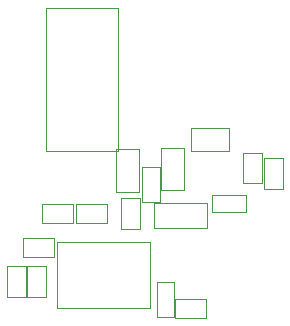
<source format=gbr>
G04 #@! TF.FileFunction,Other,User*
%FSLAX46Y46*%
G04 Gerber Fmt 4.6, Leading zero omitted, Abs format (unit mm)*
G04 Created by KiCad (PCBNEW 4.0.2-stable) date 3/16/2016 8:44:58 PM*
%MOMM*%
G01*
G04 APERTURE LIST*
%ADD10C,0.100000*%
%ADD11C,0.050000*%
G04 APERTURE END LIST*
D10*
D11*
X158400000Y-84550000D02*
X158400000Y-81950000D01*
X160000000Y-84550000D02*
X160000000Y-81950000D01*
X158400000Y-84550000D02*
X160000000Y-84550000D01*
X158400000Y-81950000D02*
X160000000Y-81950000D01*
X161400000Y-92000000D02*
X161400000Y-89100000D01*
X162900000Y-92000000D02*
X162900000Y-89100000D01*
X161400000Y-92000000D02*
X162900000Y-92000000D01*
X161400000Y-89100000D02*
X162900000Y-89100000D01*
X168950000Y-83150000D02*
X166050000Y-83150000D01*
X168950000Y-81650000D02*
X166050000Y-81650000D01*
X168950000Y-83150000D02*
X168950000Y-81650000D01*
X166050000Y-83150000D02*
X166050000Y-81650000D01*
X159950000Y-77800000D02*
X159950000Y-81400000D01*
X157950000Y-77800000D02*
X157950000Y-81400000D01*
X159950000Y-77800000D02*
X157950000Y-77800000D01*
X159950000Y-81400000D02*
X157950000Y-81400000D01*
X163750000Y-77700000D02*
X163750000Y-81300000D01*
X161750000Y-77700000D02*
X161750000Y-81300000D01*
X163750000Y-77700000D02*
X161750000Y-77700000D01*
X163750000Y-81300000D02*
X161750000Y-81300000D01*
X160150000Y-82250000D02*
X160150000Y-79350000D01*
X161650000Y-82250000D02*
X161650000Y-79350000D01*
X160150000Y-82250000D02*
X161650000Y-82250000D01*
X160150000Y-79350000D02*
X161650000Y-79350000D01*
X161150000Y-82350000D02*
X165650000Y-82350000D01*
X165650000Y-82350000D02*
X165650000Y-84450000D01*
X165650000Y-84450000D02*
X161150000Y-84450000D01*
X161150000Y-82350000D02*
X161150000Y-84450000D01*
X150350000Y-87700000D02*
X150350000Y-90300000D01*
X148750000Y-87700000D02*
X148750000Y-90300000D01*
X150350000Y-87700000D02*
X148750000Y-87700000D01*
X150350000Y-90300000D02*
X148750000Y-90300000D01*
X152050000Y-87700000D02*
X152050000Y-90300000D01*
X150450000Y-87700000D02*
X150450000Y-90300000D01*
X152050000Y-87700000D02*
X150450000Y-87700000D01*
X152050000Y-90300000D02*
X150450000Y-90300000D01*
X152700000Y-86900000D02*
X150100000Y-86900000D01*
X152700000Y-85300000D02*
X150100000Y-85300000D01*
X152700000Y-86900000D02*
X152700000Y-85300000D01*
X150100000Y-86900000D02*
X150100000Y-85300000D01*
X165550000Y-92100000D02*
X162950000Y-92100000D01*
X165550000Y-90500000D02*
X162950000Y-90500000D01*
X165550000Y-92100000D02*
X165550000Y-90500000D01*
X162950000Y-92100000D02*
X162950000Y-90500000D01*
X164300000Y-76000000D02*
X167500000Y-76000000D01*
X164300000Y-78000000D02*
X167500000Y-78000000D01*
X164300000Y-76000000D02*
X164300000Y-78000000D01*
X167500000Y-76000000D02*
X167500000Y-78000000D01*
X157200000Y-84050000D02*
X154600000Y-84050000D01*
X157200000Y-82450000D02*
X154600000Y-82450000D01*
X157200000Y-84050000D02*
X157200000Y-82450000D01*
X154600000Y-84050000D02*
X154600000Y-82450000D01*
X154300000Y-84050000D02*
X151700000Y-84050000D01*
X154300000Y-82450000D02*
X151700000Y-82450000D01*
X154300000Y-84050000D02*
X154300000Y-82450000D01*
X151700000Y-84050000D02*
X151700000Y-82450000D01*
X170500000Y-81150000D02*
X170500000Y-78550000D01*
X172100000Y-81150000D02*
X172100000Y-78550000D01*
X170500000Y-81150000D02*
X172100000Y-81150000D01*
X170500000Y-78550000D02*
X172100000Y-78550000D01*
X170300000Y-78100000D02*
X170300000Y-80700000D01*
X168700000Y-78100000D02*
X168700000Y-80700000D01*
X170300000Y-78100000D02*
X168700000Y-78100000D01*
X170300000Y-80700000D02*
X168700000Y-80700000D01*
X160850000Y-91290000D02*
X160850000Y-85690000D01*
X152950000Y-91290000D02*
X152950000Y-85690000D01*
X160850000Y-91290000D02*
X152950000Y-91290000D01*
X160850000Y-85690000D02*
X152950000Y-85690000D01*
X152050000Y-78000000D02*
X158100000Y-78000000D01*
X152050000Y-65850000D02*
X158100000Y-65850000D01*
X152050000Y-78000000D02*
X152050000Y-65850000D01*
X158100000Y-78000000D02*
X158100000Y-65850000D01*
M02*

</source>
